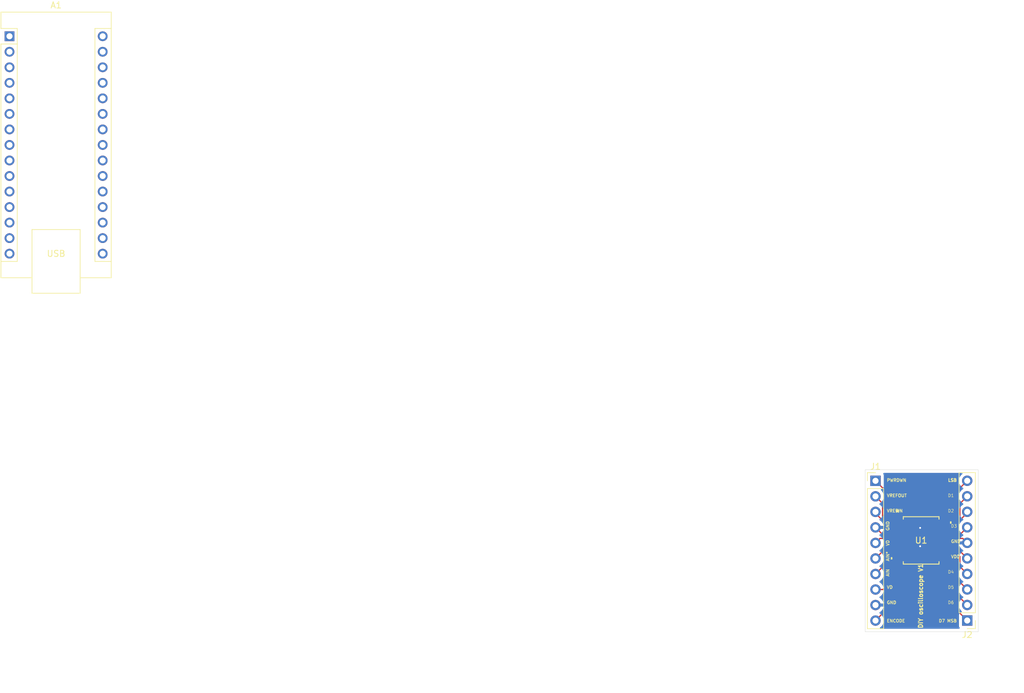
<source format=kicad_pcb>
(kicad_pcb (version 20240108) (generator "pcbnew") (generator_version "8.0")
  (layers (0 "F.Cu" signal) (31 "B.Cu" signal) (34 "B.Paste" user) (35 "F.Paste" user) (36 "B.SilkS" user "B.Silkscreen") (37 "F.SilkS" user "F.Silkscreen") (38 "B.Mask" user) (39 "F.Mask" user) (44 "Edge.Cuts" user))
  (net 0 "")
  (net 1 "Net-(J1-Pin_2)")
  (net 2 "GND")
  (net 3 "Net-(J1-Pin_6)")
  (net 4 "Net-(J1-Pin_3)")
  (net 5 "Net-(J1-Pin_10)")
  (net 6 "Net-(J1-Pin_1)")
  (net 7 "Net-(J1-Pin_7)")
  (net 8 "Net-(J1-Pin_5)")
  (net 9 "Net-(J1-Pin_8)")
  (net 10 "Net-(J2-Pin_3)")
  (net 11 "Net-(J2-Pin_1)")
  (net 12 "Net-(J2-Pin_4)")
  (net 13 "Net-(J2-Pin_2)")
  (net 14 "Net-(J2-Pin_9)")
  (net 15 "Net-(J2-Pin_5)")
  (net 16 "Net-(J2-Pin_7)")
  (net 17 "Net-(J2-Pin_8)")
  (net 18 "Net-(J2-Pin_10)")
  (footprint "AD9283BRSZ-100:RS_20_ADI" (layer "F.Cu") (at 150.6657 86.54795)
    (property "Reference" "U1" (at 0 0 0) (layer "F.SilkS"))
    (property "Value" "AD9283BRSZ-100")
    (fp_line (start -2.921 -3.8735) (end -2.921 -3.473641) (stroke (width 0.1524)) (layer "F.SilkS"))
    (fp_line (start -2.921 3.473638) (end -2.921 3.8735) (stroke (width 0.1524)) (layer "F.SilkS"))
    (fp_line (start -2.921 3.8735) (end 2.921 3.8735) (stroke (width 0.1524)) (layer "F.SilkS"))
    (fp_line (start 2.921 -3.8735) (end -2.921 -3.8735) (stroke (width 0.1524)) (layer "F.SilkS"))
    (fp_line (start 2.921 -3.473638) (end 2.921 -3.8735) (stroke (width 0.1524)) (layer "F.SilkS"))
    (fp_line (start 2.921 3.8735) (end 2.921 3.473641) (stroke (width 0.1524)) (layer "F.SilkS"))
    (fp_poly (pts (xy -4.9657 2.734498) (xy -4.9657 3.115498) (xy -4.7117 3.115498) (xy -4.7117 2.734498)) (fill solid) (layer "F.SilkS"))
    (fp_poly (pts (xy 4.9657 -3.115498) (xy 4.9657 -2.734498) (xy 4.7117 -2.734498) (xy 4.7117 -3.115498)) (fill solid) (layer "F.SilkS"))
    (fp_text user "*" (at -3.8862 -4.499801 0) (layer "F.SilkS"))
    (fp_text user "*" (at -3.8862 -4.499801 0) (layer "F.SilkS"))
    (pad "1" smd rect (at -3.6322 -2.925) (size 1.651 0.4318) (layers "F.Cu" "F.Paste" "F.Mask") (net 6 "Net-(J1-Pin_1)"))
    (pad "2" smd rect (at -3.6322 -2.274999) (size 1.651 0.4318) (layers "F.Cu" "F.Paste" "F.Mask") (net 1 "Net-(J1-Pin_2)"))
    (pad "3" smd rect (at -3.6322 -1.625001) (size 1.651 0.4318) (layers "F.Cu" "F.Paste" "F.Mask") (net 4 "Net-(J1-Pin_3)"))
    (pad "4" smd rect (at -3.6322 -0.974999) (size 1.651 0.4318) (layers "F.Cu" "F.Paste" "F.Mask") (net 2 "GND"))
    (pad "5" smd rect (at -3.6322 -0.325001) (size 1.651 0.4318) (layers "F.Cu" "F.Paste" "F.Mask") (net 8 "Net-(J1-Pin_5)"))
    (pad "6" smd rect (at -3.6322 0.324998) (size 1.651 0.4318) (layers "F.Cu" "F.Paste" "F.Mask") (net 3 "Net-(J1-Pin_6)"))
    (pad "7" smd rect (at -3.6322 0.974999) (size 1.651 0.4318) (layers "F.Cu" "F.Paste" "F.Mask") (net 7 "Net-(J1-Pin_7)"))
    (pad "8" smd rect (at -3.6322 1.624998) (size 1.651 0.4318) (layers "F.Cu" "F.Paste" "F.Mask") (net 9 "Net-(J1-Pin_8)"))
    (pad "9" smd rect (at -3.6322 2.274999) (size 1.651 0.4318) (layers "F.Cu" "F.Paste" "F.Mask") (net 2 "GND"))
    (pad "10" smd rect (at -3.6322 2.924998) (size 1.651 0.4318) (layers "F.Cu" "F.Paste" "F.Mask") (net 5 "Net-(J1-Pin_10)"))
    (pad "11" smd rect (at 3.6322 2.925) (size 1.651 0.4318) (layers "F.Cu" "F.Paste" "F.Mask") (net 11 "Net-(J2-Pin_1)"))
    (pad "12" smd rect (at 3.6322 2.275002) (size 1.651 0.4318) (layers "F.Cu" "F.Paste" "F.Mask") (net 13 "Net-(J2-Pin_2)"))
    (pad "13" smd rect (at 3.6322 1.625001) (size 1.651 0.4318) (layers "F.Cu" "F.Paste" "F.Mask") (net 10 "Net-(J2-Pin_3)"))
    (pad "14" smd rect (at 3.6322 0.975002) (size 1.651 0.4318) (layers "F.Cu" "F.Paste" "F.Mask") (net 12 "Net-(J2-Pin_4)"))
    (pad "15" smd rect (at 3.6322 0.325001) (size 1.651 0.4318) (layers "F.Cu" "F.Paste" "F.Mask") (net 15 "Net-(J2-Pin_5)"))
    (pad "16" smd rect (at 3.6322 -0.324998) (size 1.651 0.4318) (layers "F.Cu" "F.Paste" "F.Mask") (net 2 "GND"))
    (pad "17" smd rect (at 3.6322 -0.974999) (size 1.651 0.4318) (layers "F.Cu" "F.Paste" "F.Mask") (net 16 "Net-(J2-Pin_7)"))
    (pad "18" smd rect (at 3.6322 -1.624998) (size 1.651 0.4318) (layers "F.Cu" "F.Paste" "F.Mask") (net 17 "Net-(J2-Pin_8)"))
    (pad "19" smd rect (at 3.6322 -2.274999) (size 1.651 0.4318) (layers "F.Cu" "F.Paste" "F.Mask") (net 14 "Net-(J2-Pin_9)"))
    (pad "20" smd rect (at 3.6322 -2.924998) (size 1.651 0.4318) (layers "F.Cu" "F.Paste" "F.Mask") (net 18 "Net-(J2-Pin_10)"))
  )
  (footprint "Connector_PinHeader_2.54mm:PinHeader_1x10_P2.54mm_Vertical" (layer "F.Cu") (at 143.2 76.8)
    (property "Reference" "J1" (at 0 -2.33 0) (layer "F.SilkS"))
    (property "Value" "Conn_01x10_Pin")
    (fp_line (start -1.33 -1.33) (end 0 -1.33) (stroke (width 0.12)) (layer "F.SilkS"))
    (fp_line (start -1.33 0) (end -1.33 -1.33) (stroke (width 0.12)) (layer "F.SilkS"))
    (fp_line (start -1.33 1.27) (end -1.33 24.19) (stroke (width 0.12)) (layer "F.SilkS"))
    (fp_line (start -1.33 1.27) (end 1.33 1.27) (stroke (width 0.12)) (layer "F.SilkS"))
    (fp_line (start -1.33 24.19) (end 1.33 24.19) (stroke (width 0.12)) (layer "F.SilkS"))
    (fp_line (start 1.33 1.27) (end 1.33 24.19) (stroke (width 0.12)) (layer "F.SilkS"))
    (pad "1" thru_hole rect (at 0 0) (size 1.7 1.7) (drill 1) (layers "*.Cu" "*.Mask") (net 6 "Net-(J1-Pin_1)"))
    (pad "2" thru_hole oval (at 0 2.54) (size 1.7 1.7) (drill 1) (layers "*.Cu" "*.Mask") (net 1 "Net-(J1-Pin_2)"))
    (pad "3" thru_hole oval (at 0 5.08) (size 1.7 1.7) (drill 1) (layers "*.Cu" "*.Mask") (net 4 "Net-(J1-Pin_3)"))
    (pad "4" thru_hole oval (at 0 7.62) (size 1.7 1.7) (drill 1) (layers "*.Cu" "*.Mask") (net 2 "GND"))
    (pad "5" thru_hole oval (at 0 10.16) (size 1.7 1.7) (drill 1) (layers "*.Cu" "*.Mask") (net 8 "Net-(J1-Pin_5)"))
    (pad "6" thru_hole oval (at 0 12.7) (size 1.7 1.7) (drill 1) (layers "*.Cu" "*.Mask") (net 3 "Net-(J1-Pin_6)"))
    (pad "7" thru_hole oval (at 0 15.24) (size 1.7 1.7) (drill 1) (layers "*.Cu" "*.Mask") (net 7 "Net-(J1-Pin_7)"))
    (pad "8" thru_hole oval (at 0 17.78) (size 1.7 1.7) (drill 1) (layers "*.Cu" "*.Mask") (net 9 "Net-(J1-Pin_8)"))
    (pad "9" thru_hole oval (at 0 20.32) (size 1.7 1.7) (drill 1) (layers "*.Cu" "*.Mask") (net 2 "GND"))
    (pad "10" thru_hole oval (at 0 22.86) (size 1.7 1.7) (drill 1) (layers "*.Cu" "*.Mask") (net 5 "Net-(J1-Pin_10)"))
  )
  (footprint "Connector_PinHeader_2.54mm:PinHeader_1x10_P2.54mm_Vertical" (layer "F.Cu") (at 158.2 99.65 180)
    (property "Reference" "J2" (at 0 -2.33 360) (layer "F.SilkS"))
    (property "Value" "Conn_01x10_Pin")
    (fp_line (start 1.33 1.27) (end 1.33 24.19) (stroke (width 0.12)) (layer "F.SilkS"))
    (fp_line (start -1.33 24.19) (end 1.33 24.19) (stroke (width 0.12)) (layer "F.SilkS"))
    (fp_line (start -1.33 1.27) (end 1.33 1.27) (stroke (width 0.12)) (layer "F.SilkS"))
    (fp_line (start -1.33 1.27) (end -1.33 24.19) (stroke (width 0.12)) (layer "F.SilkS"))
    (fp_line (start -1.33 0) (end -1.33 -1.33) (stroke (width 0.12)) (layer "F.SilkS"))
    (fp_line (start -1.33 -1.33) (end 0 -1.33) (stroke (width 0.12)) (layer "F.SilkS"))
    (pad "1" thru_hole rect (at 0 0 180) (size 1.7 1.7) (drill 1) (layers "*.Cu" "*.Mask") (net 11 "Net-(J2-Pin_1)"))
    (pad "2" thru_hole oval (at 0 2.54 180) (size 1.7 1.7) (drill 1) (layers "*.Cu" "*.Mask") (net 13 "Net-(J2-Pin_2)"))
    (pad "3" thru_hole oval (at 0 5.08 180) (size 1.7 1.7) (drill 1) (layers "*.Cu" "*.Mask") (net 10 "Net-(J2-Pin_3)"))
    (pad "4" thru_hole oval (at 0 7.62 180) (size 1.7 1.7) (drill 1) (layers "*.Cu" "*.Mask") (net 12 "Net-(J2-Pin_4)"))
    (pad "5" thru_hole oval (at 0 10.16 180) (size 1.7 1.7) (drill 1) (layers "*.Cu" "*.Mask") (net 15 "Net-(J2-Pin_5)"))
    (pad "6" thru_hole oval (at 0 12.7 180) (size 1.7 1.7) (drill 1) (layers "*.Cu" "*.Mask") (net 2 "GND"))
    (pad "7" thru_hole oval (at 0 15.24 180) (size 1.7 1.7) (drill 1) (layers "*.Cu" "*.Mask") (net 16 "Net-(J2-Pin_7)"))
    (pad "8" thru_hole oval (at 0 17.78 180) (size 1.7 1.7) (drill 1) (layers "*.Cu" "*.Mask") (net 17 "Net-(J2-Pin_8)"))
    (pad "9" thru_hole oval (at 0 20.32 180) (size 1.7 1.7) (drill 1) (layers "*.Cu" "*.Mask") (net 14 "Net-(J2-Pin_9)"))
    (pad "10" thru_hole oval (at 0 22.86 180) (size 1.7 1.7) (drill 1) (layers "*.Cu" "*.Mask") (net 18 "Net-(J2-Pin_10)"))
  )
  (footprint "Module:Arduino_Nano" (layer "F.Cu") (at 1.555 4.085)
    (property "Reference" "A1" (at 7.62 -5.08 0) (layer "F.SilkS"))
    (property "Value" "Arduino_Nano_v2.x")
    (fp_line (start -1.4 -3.94) (end -1.4 -1.27) (stroke (width 0.12)) (layer "F.SilkS"))
    (fp_line (start -1.4 1.27) (end -1.4 39.5) (stroke (width 0.12)) (layer "F.SilkS"))
    (fp_line (start -1.4 39.5) (end 3.68 39.5) (stroke (width 0.12)) (layer "F.SilkS"))
    (fp_line (start 1.27 -1.27) (end -1.4 -1.27) (stroke (width 0.12)) (layer "F.SilkS"))
    (fp_line (start 1.27 1.27) (end -1.4 1.27) (stroke (width 0.12)) (layer "F.SilkS"))
    (fp_line (start 1.27 1.27) (end 1.27 -1.27) (stroke (width 0.12)) (layer "F.SilkS"))
    (fp_line (start 1.27 1.27) (end 1.27 36.83) (stroke (width 0.12)) (layer "F.SilkS"))
    (fp_line (start 1.27 36.83) (end -1.4 36.83) (stroke (width 0.12)) (layer "F.SilkS"))
    (fp_line (start 3.68 31.62) (end 11.56 31.62) (stroke (width 0.12)) (layer "F.SilkS"))
    (fp_line (start 3.68 42.04) (end 3.68 31.62) (stroke (width 0.12)) (layer "F.SilkS"))
    (fp_line (start 11.56 31.62) (end 11.56 42.04) (stroke (width 0.12)) (layer "F.SilkS"))
    (fp_line (start 11.56 42.04) (end 3.68 42.04) (stroke (width 0.12)) (layer "F.SilkS"))
    (fp_line (start 13.97 -1.27) (end 13.97 36.83) (stroke (width 0.12)) (layer "F.SilkS"))
    (fp_line (start 13.97 -1.27) (end 16.64 -1.27) (stroke (width 0.12)) (layer "F.SilkS"))
    (fp_line (start 13.97 36.83) (end 16.64 36.83) (stroke (width 0.12)) (layer "F.SilkS"))
    (fp_line (start 16.64 -3.94) (end -1.4 -3.94) (stroke (width 0.12)) (layer "F.SilkS"))
    (fp_line (start 16.64 39.5) (end 11.56 39.5) (stroke (width 0.12)) (layer "F.SilkS"))
    (fp_line (start 16.64 39.5) (end 16.64 -3.94) (stroke (width 0.12)) (layer "F.SilkS"))
    (fp_text user "USB" (at 7.62 35.56 0) (layer "F.SilkS"))
    (pad "1" thru_hole rect (at 0 0) (size 1.6 1.6) (drill 1) (layers "*.Cu" "*.Mask"))
    (pad "2" thru_hole oval (at 0 2.54) (size 1.6 1.6) (drill 1) (layers "*.Cu" "*.Mask"))
    (pad "3" thru_hole oval (at 0 5.08) (size 1.6 1.6) (drill 1) (layers "*.Cu" "*.Mask"))
    (pad "4" thru_hole oval (at 0 7.62) (size 1.6 1.6) (drill 1) (layers "*.Cu" "*.Mask"))
    (pad "5" thru_hole oval (at 0 10.16) (size 1.6 1.6) (drill 1) (layers "*.Cu" "*.Mask"))
    (pad "6" thru_hole oval (at 0 12.7) (size 1.6 1.6) (drill 1) (layers "*.Cu" "*.Mask"))
    (pad "7" thru_hole oval (at 0 15.24) (size 1.6 1.6) (drill 1) (layers "*.Cu" "*.Mask"))
    (pad "8" thru_hole oval (at 0 17.78) (size 1.6 1.6) (drill 1) (layers "*.Cu" "*.Mask"))
    (pad "9" thru_hole oval (at 0 20.32) (size 1.6 1.6) (drill 1) (layers "*.Cu" "*.Mask"))
    (pad "10" thru_hole oval (at 0 22.86) (size 1.6 1.6) (drill 1) (layers "*.Cu" "*.Mask"))
    (pad "11" thru_hole oval (at 0 25.4) (size 1.6 1.6) (drill 1) (layers "*.Cu" "*.Mask"))
    (pad "12" thru_hole oval (at 0 27.94) (size 1.6 1.6) (drill 1) (layers "*.Cu" "*.Mask"))
    (pad "13" thru_hole oval (at 0 30.48) (size 1.6 1.6) (drill 1) (layers "*.Cu" "*.Mask"))
    (pad "14" thru_hole oval (at 0 33.02) (size 1.6 1.6) (drill 1) (layers "*.Cu" "*.Mask"))
    (pad "15" thru_hole oval (at 0 35.56) (size 1.6 1.6) (drill 1) (layers "*.Cu" "*.Mask"))
    (pad "16" thru_hole oval (at 15.24 35.56) (size 1.6 1.6) (drill 1) (layers "*.Cu" "*.Mask"))
    (pad "17" thru_hole oval (at 15.24 33.02) (size 1.6 1.6) (drill 1) (layers "*.Cu" "*.Mask"))
    (pad "18" thru_hole oval (at 15.24 30.48) (size 1.6 1.6) (drill 1) (layers "*.Cu" "*.Mask"))
    (pad "19" thru_hole oval (at 15.24 27.94) (size 1.6 1.6) (drill 1) (layers "*.Cu" "*.Mask"))
    (pad "20" thru_hole oval (at 15.24 25.4) (size 1.6 1.6) (drill 1) (layers "*.Cu" "*.Mask"))
    (pad "21" thru_hole oval (at 15.24 22.86) (size 1.6 1.6) (drill 1) (layers "*.Cu" "*.Mask"))
    (pad "22" thru_hole oval (at 15.24 20.32) (size 1.6 1.6) (drill 1) (layers "*.Cu" "*.Mask"))
    (pad "23" thru_hole oval (at 15.24 17.78) (size 1.6 1.6) (drill 1) (layers "*.Cu" "*.Mask"))
    (pad "24" thru_hole oval (at 15.24 15.24) (size 1.6 1.6) (drill 1) (layers "*.Cu" "*.Mask"))
    (pad "25" thru_hole oval (at 15.24 12.7) (size 1.6 1.6) (drill 1) (layers "*.Cu" "*.Mask"))
    (pad "26" thru_hole oval (at 15.24 10.16) (size 1.6 1.6) (drill 1) (layers "*.Cu" "*.Mask"))
    (pad "27" thru_hole oval (at 15.24 7.62) (size 1.6 1.6) (drill 1) (layers "*.Cu" "*.Mask"))
    (pad "28" thru_hole oval (at 15.24 5.08) (size 1.6 1.6) (drill 1) (layers "*.Cu" "*.Mask"))
    (pad "29" thru_hole oval (at 15.24 2.54) (size 1.6 1.6) (drill 1) (layers "*.Cu" "*.Mask"))
    (pad "30" thru_hole oval (at 15.24 0) (size 1.6 1.6) (drill 1) (layers "*.Cu" "*.Mask"))
  )
  (gr_rect (start 141.5 75) (end 160 101.5) (stroke (width 0.05)) (fill none) (layer "Edge.Cuts"))
  (gr_text "AIN*" (at 145.5 90 90) (layer "F.SilkS") (effects (font (size 0.5 0.5) (thickness 0.1) (bold yes)) (justify left bottom)))
  (gr_text "D4" (at 155 92 0) (layer "F.SilkS") (effects (font (size 0.5 0.5) (thickness 0.0625)) (justify left bottom)))
  (gr_text "VD" (at 145.5 87.5 90) (layer "F.SilkS") (effects (font (size 0.5 0.5) (thickness 0.1) (bold yes)) (justify left bottom)))
  (gr_text "GND" (at 145.5 85 90) (layer "F.SilkS") (effects (font (size 0.5 0.5) (thickness 0.1) (bold yes)) (justify left bottom)))
  (gr_text "GND" (at 155.5 87 0) (layer "F.SilkS") (effects (font (size 0.5 0.5) (thickness 0.1) (bold yes)) (justify left bottom)))
  (gr_text "VREFIN" (at 145 82 0) (layer "F.SilkS") (effects (font (size 0.5 0.5) (thickness 0.1) (bold yes)) (justify left bottom)))
  (gr_text "PWRDWN" (at 145 77 0) (layer "F.SilkS") (effects (font (size 0.5 0.5) (thickness 0.1) (bold yes)) (justify left bottom)))
  (gr_text "VREFOUT" (at 145 79.5 0) (layer "F.SilkS") (effects (font (size 0.5 0.5) (thickness 0.1) (bold yes)) (justify left bottom)))
  (gr_text "D6" (at 155 97 0) (layer "F.SilkS") (effects (font (size 0.5 0.5) (thickness 0.0625)) (justify left bottom)))
  (gr_text "D3" (at 155.5 84.5 0) (layer "F.SilkS") (effects (font (size 0.5 0.5) (thickness 0.0625)) (justify left bottom)))
  (gr_text "D7 MSB" (at 153.5 100 0) (layer "F.SilkS") (effects (font (size 0.5 0.5) (thickness 0.1) (bold yes)) (justify left bottom)))
  (gr_text "VD" (at 145 94.5 0) (layer "F.SilkS") (effects (font (size 0.5 0.5) (thickness 0.1) (bold yes)) (justify left bottom)))
  (gr_text "ENCODE" (at 145 100 0) (layer "F.SilkS") (effects (font (size 0.5 0.5) (thickness 0.1) (bold yes)) (justify left bottom)))
  (gr_text "D2" (at 155 82 0) (layer "F.SilkS") (effects (font (size 0.5 0.5) (thickness 0.0625)) (justify left bottom)))
  (gr_text "D1" (at 155 79.5 0) (layer "F.SilkS") (effects (font (size 0.5 0.5) (thickness 0.0625)) (justify left bottom)))
  (gr_text "D5" (at 155 94.5 0) (layer "F.SilkS") (effects (font (size 0.5 0.5) (thickness 0.0625)) (justify left bottom)))
  (gr_text "DIY oscilloscope V1" (at 151 101 90) (layer "F.SilkS") (effects (font (size 0.7 0.7) (thickness 0.16) (bold yes)) (justify left bottom)))
  (gr_text "VDD" (at 155.5 89.5 0) (layer "F.SilkS") (effects (font (size 0.5 0.5) (thickness 0.1) (bold yes)) (justify left bottom)))
  (gr_text "LSB" (at 155 77 0) (layer "F.SilkS") (effects (font (size 0.5 0.5) (thickness 0.125)) (justify left bottom)))
  (gr_text "GND" (at 145 97 0) (layer "F.SilkS") (effects (font (size 0.5 0.5) (thickness 0.1) (bold yes)) (justify left bottom)))
  (gr_text "AIN" (at 145.5 92.5 90) (layer "F.SilkS") (effects (font (size 0.5 0.5) (thickness 0.1) (bold yes)) (justify left bottom)))
  (segment (start 144.35 82.614951) (end 144.35 80.49) (width 0.2) (layer "F.Cu") (net 1))
  (segment (start 147.0335 84.272951) (end 146.008 84.272951) (width 0.2) (layer "F.Cu") (net 1))
  (segment (start 146.008 84.272951) (end 144.35 82.614951) (width 0.2) (layer "F.Cu") (net 1))
  (segment (start 144.35 80.49) (end 143.2 79.34) (width 0.2) (layer "F.Cu") (net 1))
  (segment (start 145.908 89.092) (end 145.908 95.614081) (width 0.2) (layer "F.Cu") (net 2))
  (segment (start 152.622399 85.572951) (end 153.2724 86.222952) (width 0.2) (layer "F.Cu") (net 2))
  (segment (start 147.0335 88.822949) (end 146.177051 88.822949) (width 0.2) (layer "F.Cu") (net 2))
  (segment (start 146.177051 88.822949) (end 145.908 89.092) (width 0.2) (layer "F.Cu") (net 2))
  (segment (start 153.306499 86.222952) (end 154.2979 86.222952) (width 0.2) (layer "F.Cu") (net 2))
  (segment (start 147.0335 88.822949) (end 150.706502 88.822949) (width 0.2) (layer "F.Cu") (net 2))
  (segment (start 147.0335 85.572951) (end 144.352951 85.572951) (width 0.2) (layer "F.Cu") (net 2))
  (segment (start 150.5 85.572951) (end 152.622399 85.572951) (width 0.2) (layer "F.Cu") (net 2))
  (segment (start 145.908 95.614081) (end 144.402081 97.12) (width 0.2) (layer "F.Cu") (net 2))
  (segment (start 157.472952 86.222952) (end 154.2979 86.222952) (width 0.2) (layer "F.Cu") (net 2))
  (segment (start 150.5 85.572951) (end 150.5 84.5) (width 0.2) (layer "F.Cu") (net 2))
  (segment (start 150.706502 88.822949) (end 153.306499 86.222952) (width 0.2) (layer "F.Cu") (net 2))
  (segment (start 144.352951 85.572951) (end 143.2 84.42) (width 0.2) (layer "F.Cu") (net 2))
  (segment (start 150.706502 88.822949) (end 150.706502 87.706502) (width 0.2) (layer "F.Cu") (net 2))
  (segment (start 153.2724 86.222952) (end 154.2979 86.222952) (width 0.2) (layer "F.Cu") (net 2))
  (segment (start 144.402081 97.12) (end 143.2 97.12) (width 0.2) (layer "F.Cu") (net 2))
  (segment (start 158.2 86.95) (end 157.472952 86.222952) (width 0.2) (layer "F.Cu") (net 2))
  (segment (start 147.0335 88.822949) (end 146.008 88.822949) (width 0.2) (layer "F.Cu") (net 2))
  (segment (start 147.0335 85.572951) (end 150.5 85.572951) (width 0.2) (layer "F.Cu") (net 2))
  (segment (start 150.706502 87.706502) (end 150.5 87.5) (width 0.2) (layer "F.Cu") (net 2))
  (via (at 150.5 87.5) (size 0.6) (drill 0.3) (layers "F.Cu" "B.Cu") (net 2))
  (via (at 150.5 84.5) (size 0.6) (drill 0.3) (layers "F.Cu" "B.Cu") (net 2))
  (segment (start 150.5 87.5) (end 150.5 86.5) (width 0.2) (layer "B.Cu") (net 2))
  (segment (start 150.5 84.5) (end 150.5 83.5) (width 0.2) (layer "B.Cu") (net 2))
  (segment (start 145.827052 86.872948) (end 143.2 89.5) (width 0.2) (layer "F.Cu") (net 3))
  (segment (start 147.0335 86.872948) (end 145.827052 86.872948) (width 0.2) (layer "F.Cu") (net 3))
  (segment (start 147.0335 84.922949) (end 146.008 84.922949) (width 0.2) (layer "F.Cu") (net 4))
  (segment (start 143.2 82.114949) (end 143.2 81.88) (width 0.2) (layer "F.Cu") (net 4))
  (segment (start 146.008 84.922949) (end 143.2 82.114949) (width 0.2) (layer "F.Cu") (net 4))
  (segment (start 147.0335 89.472948) (end 147.0335 95.8265) (width 0.2) (layer "F.Cu") (net 5))
  (segment (start 147.0335 95.8265) (end 143.2 99.66) (width 0.2) (layer "F.Cu") (net 5))
  (segment (start 147.0335 80.6335) (end 143.2 76.8) (width 0.2) (layer "F.Cu") (net 6))
  (segment (start 147.0335 83.62295) (end 147.0335 80.6335) (width 0.2) (layer "F.Cu") (net 6))
  (segment (start 143.2 92.04) (end 145.1 90.14) (width 0.2) (layer "F.Cu") (net 7))
  (segment (start 146.092313 87.522949) (end 147.0335 87.522949) (width 0.2) (layer "F.Cu") (net 7))
  (segment (start 145.1 88.515262) (end 146.092313 87.522949) (width 0.2) (layer "F.Cu") (net 7))
  (segment (start 145.1 90.14) (end 145.1 88.515262) (width 0.2) (layer "F.Cu") (net 7))
  (segment (start 143.937051 86.222949) (end 147.0335 86.222949) (width 0.2) (layer "F.Cu") (net 8))
  (segment (start 143.2 86.96) (end 143.937051 86.222949) (width 0.2) (layer "F.Cu") (net 8))
  (segment (start 146.008 88.172948) (end 145.5 88.680948) (width 0.2) (layer "F.Cu") (net 9))
  (segment (start 145.5 88.680948) (end 145.5 94.5) (width 0.2) (layer "F.Cu") (net 9))
  (segment (start 144.5 94.5) (end 144.42 94.58) (width 0.2) (layer "F.Cu") (net 9))
  (segment (start 145.5 94.5) (end 144.5 94.5) (width 0.2) (layer "F.Cu") (net 9))
  (segment (start 147.0335 88.172948) (end 146.008 88.172948) (width 0.2) (layer "F.Cu") (net 9))
  (segment (start 144.42 94.58) (end 143.2 94.58) (width 0.2) (layer "F.Cu") (net 9))
  (segment (start 156.6 89.449551) (end 156.6 92.97) (width 0.2) (layer "F.Cu") (net 10))
  (segment (start 155.3234 88.172951) (end 156.6 89.449551) (width 0.2) (layer "F.Cu") (net 10))
  (segment (start 154.2979 88.172951) (end 155.3234 88.172951) (width 0.2) (layer "F.Cu") (net 10))
  (segment (start 156.6 92.97) (end 158.2 94.57) (width 0.2) (layer "F.Cu") (net 10))
  (segment (start 158.2 99.65) (end 154.2979 95.7479) (width 0.2) (layer "F.Cu") (net 11))
  (segment (start 154.2979 95.7479) (end 154.2979 89.47295) (width 0.2) (layer "F.Cu") (net 11))
  (segment (start 157 89.199552) (end 157 90.83) (width 0.2) (layer "F.Cu") (net 12))
  (segment (start 155.3234 87.522952) (end 157 89.199552) (width 0.2) (layer "F.Cu") (net 12))
  (segment (start 154.2979 87.522952) (end 155.3234 87.522952) (width 0.2) (layer "F.Cu") (net 12))
  (segment (start 157 90.83) (end 158.2 92.03) (width 0.2) (layer "F.Cu") (net 12))
  (segment (start 156.2 89.699552) (end 156.2 95.11) (width 0.2) (layer "F.Cu") (net 13))
  (segment (start 156.2 95.11) (end 158.2 97.11) (width 0.2) (layer "F.Cu") (net 13))
  (segment (start 154.2979 88.822952) (end 155.3234 88.822952) (width 0.2) (layer "F.Cu") (net 13))
  (segment (start 155.3234 88.822952) (end 156.2 89.699552) (width 0.2) (layer "F.Cu") (net 13))
  (segment (start 157 82.596351) (end 157 80.53) (width 0.2) (layer "F.Cu") (net 14))
  (segment (start 154.2979 84.272951) (end 155.3234 84.272951) (width 0.2) (layer "F.Cu") (net 14))
  (segment (start 155.3234 84.272951) (end 157 82.596351) (width 0.2) (layer "F.Cu") (net 14))
  (segment (start 157 80.53) (end 158.2 79.33) (width 0.2) (layer "F.Cu") (net 14))
  (segment (start 155.582951 86.872951) (end 158.2 89.49) (width 0.2) (layer "F.Cu") (net 15))
  (segment (start 154.2979 86.872951) (end 155.582951 86.872951) (width 0.2) (layer "F.Cu") (net 15))
  (segment (start 154.2979 85.572951) (end 157.037049 85.572951) (width 0.2) (layer "F.Cu") (net 16))
  (segment (start 157.037049 85.572951) (end 158.2 84.41) (width 0.2) (layer "F.Cu") (net 16))
  (segment (start 154.2979 84.922952) (end 155.3234 84.922952) (width 0.2) (layer "F.Cu") (net 17))
  (segment (start 155.3234 84.922952) (end 158.2 82.046352) (width 0.2) (layer "F.Cu") (net 17))
  (segment (start 158.2 82.046352) (end 158.2 81.87) (width 0.2) (layer "F.Cu") (net 17))
  (segment (start 154.2979 83.622952) (end 154.2979 80.6921) (width 0.2) (layer "F.Cu") (net 18))
  (segment (start 154.2979 80.6921) (end 158.2 76.79) (width 0.2) (layer "F.Cu") (net 18))
  (zone (net 2) (net_name "GND") (layer "B.Cu") (connect_pads (clearance 0.5)) (min_thickness 0.25) (fill yes (thermal_gap 0.5) (thermal_bridge_width 0.5))
    (polygon (pts (xy 163.5 72) (xy 139 71) (xy 136 111.5) (xy 167.5 109.5)))
  )
)
</source>
